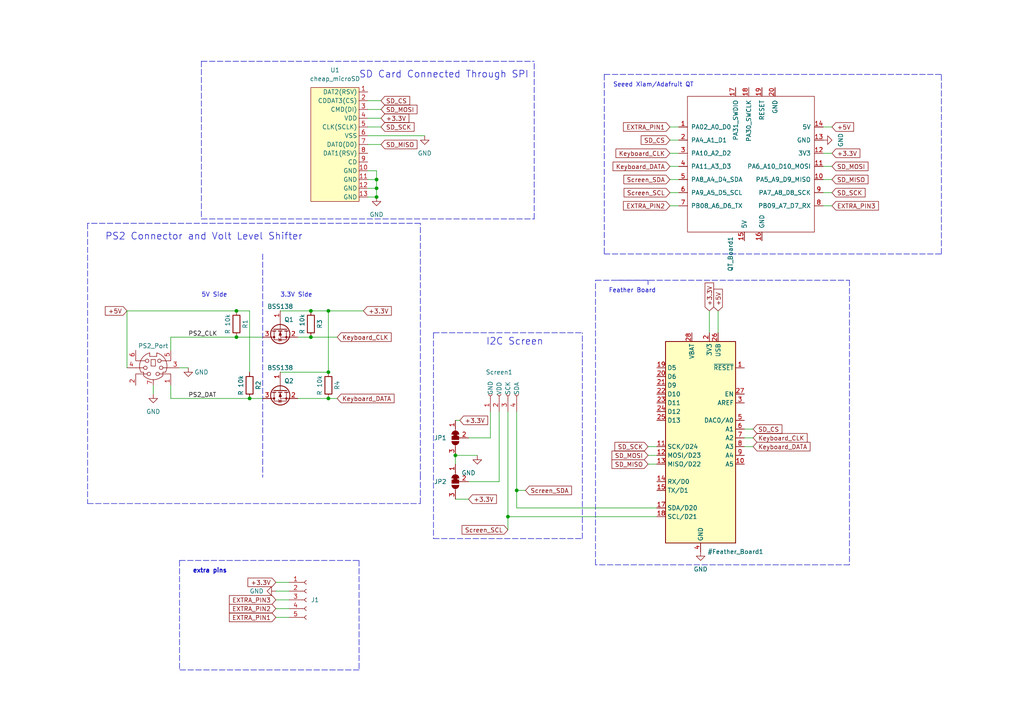
<source format=kicad_sch>
(kicad_sch (version 20211123) (generator eeschema)
  (paper "A4")
  (lib_symbols
    (symbol "Connector:Conn_01x04_Female" (pin_names (offset 1.016))
      (property "Reference" "Screen" (at -8.89 0 90))
      (symbol "Conn_01x04_Female_1_1"
        (arc (start 0 -4.572) (mid -0.508 -5.08) (end 0 -5.588) (stroke (width 0.1524)))
        (arc (start 0 -2.032) (mid -0.508 -2.54) (end 0 -3.048) (stroke (width 0.1524)))
        (polyline (pts (xy -1.27 -5.08) (xy -0.508 -5.08)) (stroke (width 0.1524)))
        (polyline (pts (xy -1.27 -2.54) (xy -0.508 -2.54)) (stroke (width 0.1524)))
        (polyline (pts (xy -1.27 0) (xy -0.508 0)) (stroke (width 0.1524)))
        (polyline (pts (xy -1.27 2.54) (xy -0.508 2.54)) (stroke (width 0.1524)))
        (arc (start 0 0.508) (mid -0.508 0) (end 0 -0.508) (stroke (width 0.1524)))
        (arc (start 0 3.048) (mid -0.508 2.54) (end 0 2.032) (stroke (width 0.1524)))
        (pin passive line (at -5.08 2.54 0) (length 3.81) (name "GND") (number "1"))
        (pin passive line (at -5.08 0 0) (length 3.81) (name "VDD") (number "2"))
        (pin passive line (at -5.08 -2.54 0) (length 3.81) (name "SCK") (number "3"))
        (pin passive line (at -5.08 -5.08 0) (length 3.81) (name "SDA") (number "4"))
      )
    )
    (symbol "Connector:Conn_01x05_Female" (pin_names (offset 1.016) hide)
      (property "Reference" "J" (at 0 7.62 0))
      (property "Value" "Conn_01x05_Female" (at 0 -7.62 0))
      (symbol "Conn_01x05_Female_1_1"
        (arc (start 0 -4.572) (mid -0.508 -5.08) (end 0 -5.588) (stroke (width 0.1524)))
        (arc (start 0 -2.032) (mid -0.508 -2.54) (end 0 -3.048) (stroke (width 0.1524)))
        (polyline (pts (xy -1.27 -5.08) (xy -0.508 -5.08)) (stroke (width 0.1524)))
        (polyline (pts (xy -1.27 -2.54) (xy -0.508 -2.54)) (stroke (width 0.1524)))
        (polyline (pts (xy -1.27 0) (xy -0.508 0)) (stroke (width 0.1524)))
        (polyline (pts (xy -1.27 2.54) (xy -0.508 2.54)) (stroke (width 0.1524)))
        (polyline (pts (xy -1.27 5.08) (xy -0.508 5.08)) (stroke (width 0.1524)))
        (arc (start 0 0.508) (mid -0.508 0) (end 0 -0.508) (stroke (width 0.1524)))
        (arc (start 0 3.048) (mid -0.508 2.54) (end 0 2.032) (stroke (width 0.1524)))
        (arc (start 0 5.588) (mid -0.508 5.08) (end 0 4.572) (stroke (width 0.1524)))
        (pin passive line (at -5.08 5.08 0) (length 3.81) (name "Pin_1") (number "1"))
        (pin passive line (at -5.08 2.54 0) (length 3.81) (name "Pin_2") (number "2"))
        (pin passive line (at -5.08 0 0) (length 3.81) (name "Pin_3") (number "3"))
        (pin passive line (at -5.08 -2.54 0) (length 3.81) (name "Pin_4") (number "4"))
        (pin passive line (at -5.08 -5.08 0) (length 3.81) (name "Pin_5") (number "5"))
      )
    )
    (symbol "Custom_Symbols_Library:Mini-DIN_6pins_ver4" (pin_names (offset 1.016) hide)
      (property "Reference" "P" (at 0 7.62 0))
      (property "Value" "Mini-DIN_6pins_ver4" (at 0 -7.62 0))
      (symbol "Mini-DIN_6pins_ver4_0_1"
        (arc (start -2.794 -2.286) (mid 0 -3.4433) (end 2.794 -2.286))
        (circle (center -2.286 0) (radius 0.508))
        (circle (center -1.778 2.032) (radius 0.508))
        (circle (center -1.27 -1.778) (radius 0.508))
        (arc (start -1.016 4.318) (mid -3.6135 2.1274) (end -3.556 -1.27))
        (rectangle (start -0.635 2.413) (end 0.635 0.508))
        (polyline (pts (xy -5.08 0) (xy -2.794 0)))
        (polyline (pts (xy -2.794 -1.27) (xy -3.556 -1.27)))
        (polyline (pts (xy -2.794 -1.27) (xy -2.794 -2.286)))
        (polyline (pts (xy -1.016 3.302) (xy -1.016 4.318)))
        (polyline (pts (xy -1.016 3.302) (xy 1.016 3.302)))
        (polyline (pts (xy 1.016 3.302) (xy 1.016 4.318)))
        (polyline (pts (xy 2.794 -1.27) (xy 2.794 -2.286)))
        (polyline (pts (xy 2.794 -1.27) (xy 3.556 -1.27)))
        (polyline (pts (xy 2.794 0) (xy 5.08 0)))
        (polyline (pts (xy -2.286 2.032) (xy -5.08 2.032) (xy -5.08 2.54)))
        (polyline (pts (xy -1.778 -1.778) (xy -5.08 -1.778) (xy -5.08 -2.54)))
        (polyline (pts (xy 1.778 -1.778) (xy 5.08 -1.778) (xy 5.08 -2.54)))
        (polyline (pts (xy 2.286 2.032) (xy 5.08 2.032) (xy 5.08 2.54)))
        (circle (center 1.27 -1.778) (radius 0.508))
        (circle (center 1.778 2.032) (radius 0.508))
        (circle (center 2.286 0) (radius 0.508))
        (arc (start 3.556 -1.27) (mid 3.6284 2.1342) (end 1.016 4.318))
      )
      (symbol "Mini-DIN_6pins_ver4_1_1"
        (pin passive line (at 5.08 -5.08 90) (length 2.54) (name "1") (number "1"))
        (pin passive line (at -5.08 -5.08 90) (length 2.54) (name "2") (number "2"))
        (pin passive line (at 7.62 0 180) (length 2.54) (name "3") (number "3"))
        (pin passive line (at -7.62 0 0) (length 2.54) (name "4") (number "4"))
        (pin passive line (at 5.08 5.08 270) (length 2.54) (name "5") (number "5"))
        (pin passive line (at -5.08 5.08 270) (length 2.54) (name "~") (number "6"))
        (pin passive line (at 0 -5.08 90) (length 1.6764) (name "Shell") (number "7"))
      )
    )
    (symbol "Device:R" (pin_numbers hide) (pin_names (offset 0))
      (property "Reference" "R" (at 2.032 0 90))
      (property "Value" "R" (at 0 0 90))
      (symbol "R_0_1"
        (rectangle (start -1.016 -2.54) (end 1.016 2.54) (stroke (width 0.254)))
      )
      (symbol "R_1_1"
        (pin passive line (at 0 3.81 270) (length 1.27) (name "~") (number "1"))
        (pin passive line (at 0 -3.81 90) (length 1.27) (name "~") (number "2"))
      )
    )
    (symbol "Jumper:SolderJumper_3_Bridged12" (pin_names (offset 0) hide)
      (property "Reference" "JP" (at -2.54 -2.54 0))
      (property "Value" "SolderJumper_3_Bridged12" (at 0 2.794 0))
      (symbol "SolderJumper_3_Bridged12_0_1"
        (rectangle (start -1.016 0.508) (end -0.508 -0.508) (fill (type outline)))
        (arc (start -1.016 1.016) (mid -2.032 0) (end -1.016 -1.016))
        (arc (start -1.016 1.016) (mid -2.032 0) (end -1.016 -1.016) (fill (type outline)))
        (rectangle (start -0.508 1.016) (end 0.508 -1.016) (fill (type outline)))
        (polyline (pts (xy -2.54 0) (xy -2.032 0)))
        (polyline (pts (xy -1.016 1.016) (xy -1.016 -1.016)))
        (polyline (pts (xy 0 -1.27) (xy 0 -1.016)))
        (polyline (pts (xy 1.016 1.016) (xy 1.016 -1.016)))
        (polyline (pts (xy 2.54 0) (xy 2.032 0)))
        (arc (start 1.016 -1.016) (mid 2.032 0) (end 1.016 1.016))
        (arc (start 1.016 -1.016) (mid 2.032 0) (end 1.016 1.016) (fill (type outline)))
      )
      (symbol "SolderJumper_3_Bridged12_1_1"
        (pin passive line (at -5.08 0 0) (length 2.54) (name "A") (number "1"))
        (pin passive line (at 0 -3.81 90) (length 2.54) (name "C") (number "2"))
        (pin passive line (at 5.08 0 180) (length 2.54) (name "B") (number "3"))
      )
    )
    (symbol "MCU_Module:Adafruit_Feather_M0_Express"
      (property "Reference" "A" (at -10.16 29.21 0))
      (property "Value" "Adafruit_Feather_M0_Express" (at 2.54 -31.75 0))
      (symbol "Adafruit_Feather_M0_Express_0_1"
        (rectangle (start -10.16 27.94) (end 10.16 -30.48) (stroke (width 0.254)) (fill (type background)))
      )
      (symbol "Adafruit_Feather_M0_Express_1_1"
        (pin input line (at 12.7 20.32 180) (length 2.54) (name "~{RESET}") (number "1"))
        (pin bidirectional line (at 12.7 -7.62 180) (length 2.54) (name "A5") (number "10"))
        (pin bidirectional line (at -12.7 -2.54 0) (length 2.54) (name "SCK/D24") (number "11"))
        (pin bidirectional line (at -12.7 -5.08 0) (length 2.54) (name "MOSI/D23") (number "12"))
        (pin bidirectional line (at -12.7 -7.62 0) (length 2.54) (name "MISO/D22") (number "13"))
        (pin bidirectional line (at -12.7 -12.7 0) (length 2.54) (name "RX/D0") (number "14"))
        (pin bidirectional line (at -12.7 -15.24 0) (length 2.54) (name "TX/D1") (number "15"))
        (pin passive line (at 0 -33.02 90) (length 2.54) hide (name "GND") (number "16"))
        (pin bidirectional line (at -12.7 -20.32 0) (length 2.54) (name "SDA/D20") (number "17"))
        (pin bidirectional line (at -12.7 -22.86 0) (length 2.54) (name "SCL/D21") (number "18"))
        (pin bidirectional line (at -12.7 20.32 0) (length 2.54) (name "D5") (number "19"))
        (pin power_in line (at 2.54 30.48 270) (length 2.54) (name "3V3") (number "2"))
        (pin bidirectional line (at -12.7 17.78 0) (length 2.54) (name "D6") (number "20"))
        (pin bidirectional line (at -12.7 15.24 0) (length 2.54) (name "D9") (number "21"))
        (pin bidirectional line (at -12.7 12.7 0) (length 2.54) (name "D10") (number "22"))
        (pin bidirectional line (at -12.7 10.16 0) (length 2.54) (name "D11") (number "23"))
        (pin bidirectional line (at -12.7 7.62 0) (length 2.54) (name "D12") (number "24"))
        (pin bidirectional line (at -12.7 5.08 0) (length 2.54) (name "D13") (number "25"))
        (pin power_in line (at 5.08 30.48 270) (length 2.54) (name "USB") (number "26"))
        (pin input line (at 12.7 12.7 180) (length 2.54) (name "EN") (number "27"))
        (pin power_in line (at -2.54 30.48 270) (length 2.54) (name "VBAT") (number "28"))
        (pin input line (at 12.7 10.16 180) (length 2.54) (name "AREF") (number "3"))
        (pin power_in line (at 0 -33.02 90) (length 2.54) (name "GND") (number "4"))
        (pin bidirectional line (at 12.7 5.08 180) (length 2.54) (name "DAC0/A0") (number "5"))
        (pin bidirectional line (at 12.7 2.54 180) (length 2.54) (name "A1") (number "6"))
        (pin bidirectional line (at 12.7 0 180) (length 2.54) (name "A2") (number "7"))
        (pin bidirectional line (at 12.7 -2.54 180) (length 2.54) (name "A3") (number "8"))
        (pin bidirectional line (at 12.7 -5.08 180) (length 2.54) (name "A4") (number "9"))
      )
    )
    (symbol "MyParts:cheap_microSD"
      (property "Reference" "U" (at 0 2.54 0))
      (property "Value" "cheap_microSD" (at 10.16 2.54 0))
      (symbol "cheap_microSD_0_1"
        (rectangle (start 0 1.27) (end 13.97 -31.75) (fill (type background)))
      )
      (symbol "cheap_microSD_1_1"
        (pin input line (at 16.51 0 180) (length 2.54) (name "DAT2(RSV)") (number "1"))
        (pin input line (at 16.51 -22.86 180) (length 2.54) (name "GND") (number "10"))
        (pin input line (at 16.51 -25.4 180) (length 2.54) (name "GND") (number "11"))
        (pin input line (at 16.51 -27.94 180) (length 2.54) (name "GND") (number "12"))
        (pin input line (at 16.51 -30.48 180) (length 2.54) (name "GND") (number "13"))
        (pin input line (at 16.51 -2.54 180) (length 2.54) (name "CDDAT3(CS)") (number "2"))
        (pin input line (at 16.51 -5.08 180) (length 2.54) (name "CMD(DI)") (number "3"))
        (pin input line (at 16.51 -7.62 180) (length 2.54) (name "VDD") (number "4"))
        (pin input line (at 16.51 -10.16 180) (length 2.54) (name "CLK(SCLK)") (number "5"))
        (pin input line (at 16.51 -12.7 180) (length 2.54) (name "VSS") (number "6"))
        (pin input line (at 16.51 -15.24 180) (length 2.54) (name "DAT0(D0)") (number "7"))
        (pin input line (at 16.51 -17.78 180) (length 2.54) (name "DAT1(RSV)") (number "8"))
        (pin input line (at 16.51 -20.32 180) (length 2.54) (name "CD") (number "9"))
      )
    )
    (symbol "Seeeduino XIAO:SeeeduinoXIAO" (pin_names (offset 1.016))
      (property "Reference" "U" (at -19.05 22.86 0))
      (property "Value" "SeeeduinoXIAO" (at -12.7 21.59 0))
      (symbol "SeeeduinoXIAO_0_1"
        (rectangle (start -19.05 20.32) (end 17.78 -19.05))
      )
      (symbol "SeeeduinoXIAO_1_1"
        (pin unspecified line (at -21.59 11.43 0) (length 2.54) (name "PA02_A0_D0") (number "1"))
        (pin unspecified line (at 20.32 -3.81 180) (length 2.54) (name "PA5_A9_D9_MISO") (number "10"))
        (pin unspecified line (at 20.32 0 180) (length 2.54) (name "PA6_A10_D10_MOSI") (number "11"))
        (pin unspecified line (at 20.32 3.81 180) (length 2.54) (name "3V3") (number "12"))
        (pin unspecified line (at 20.32 7.62 180) (length 2.54) (name "GND") (number "13"))
        (pin unspecified line (at 20.32 11.43 180) (length 2.54) (name "5V") (number "14"))
        (pin input line (at -2.54 -21.59 90) (length 2.54) (name "5V") (number "15"))
        (pin input line (at 2.54 -21.59 90) (length 2.54) (name "GND") (number "16"))
        (pin input line (at -5.08 22.86 270) (length 2.54) (name "PA31_SWDIO") (number "17"))
        (pin input line (at -1.27 22.86 270) (length 2.54) (name "PA30_SWCLK") (number "18"))
        (pin input line (at 2.54 22.86 270) (length 2.54) (name "RESET") (number "19"))
        (pin unspecified line (at -21.59 7.62 0) (length 2.54) (name "PA4_A1_D1") (number "2"))
        (pin input line (at 6.35 22.86 270) (length 2.54) (name "GND") (number "20"))
        (pin unspecified line (at -21.59 3.81 0) (length 2.54) (name "PA10_A2_D2") (number "3"))
        (pin unspecified line (at -21.59 0 0) (length 2.54) (name "PA11_A3_D3") (number "4"))
        (pin unspecified line (at -21.59 -3.81 0) (length 2.54) (name "PA8_A4_D4_SDA") (number "5"))
        (pin unspecified line (at -21.59 -7.62 0) (length 2.54) (name "PA9_A5_D5_SCL") (number "6"))
        (pin unspecified line (at -21.59 -11.43 0) (length 2.54) (name "PB08_A6_D6_TX") (number "7"))
        (pin unspecified line (at 20.32 -11.43 180) (length 2.54) (name "PB09_A7_D7_RX") (number "8"))
        (pin unspecified line (at 20.32 -7.62 180) (length 2.54) (name "PA7_A8_D8_SCK") (number "9"))
      )
    )
    (symbol "Transistor_FET:BSS138" (pin_names hide)
      (property "Reference" "Q" (at 5.08 1.905 0))
      (property "Value" "BSS138" (at 5.08 0 0))
      (symbol "BSS138_0_1"
        (polyline (pts (xy 0.254 0) (xy -2.54 0)))
        (polyline (pts (xy 0.254 1.905) (xy 0.254 -1.905)) (stroke (width 0.254)))
        (polyline (pts (xy 0.762 -1.27) (xy 0.762 -2.286)) (stroke (width 0.254)))
        (polyline (pts (xy 0.762 0.508) (xy 0.762 -0.508)) (stroke (width 0.254)))
        (polyline (pts (xy 0.762 2.286) (xy 0.762 1.27)) (stroke (width 0.254)))
        (polyline (pts (xy 2.54 2.54) (xy 2.54 1.778)))
        (polyline (pts (xy 2.54 -2.54) (xy 2.54 0) (xy 0.762 0)))
        (polyline (pts (xy 0.762 -1.778) (xy 3.302 -1.778) (xy 3.302 1.778) (xy 0.762 1.778)))
        (polyline (pts (xy 1.016 0) (xy 2.032 0.381) (xy 2.032 -0.381) (xy 1.016 0)) (fill (type outline)))
        (polyline (pts (xy 2.794 0.508) (xy 2.921 0.381) (xy 3.683 0.381) (xy 3.81 0.254)))
        (polyline (pts (xy 3.302 0.381) (xy 2.921 -0.254) (xy 3.683 -0.254) (xy 3.302 0.381)))
        (circle (center 1.651 0) (radius 2.794) (stroke (width 0.254)))
        (circle (center 2.54 -1.778) (radius 0.254) (fill (type outline)))
        (circle (center 2.54 1.778) (radius 0.254) (fill (type outline)))
      )
      (symbol "BSS138_1_1"
        (pin input line (at -5.08 0 0) (length 2.54) (name "G") (number "1"))
        (pin passive line (at 2.54 -5.08 90) (length 2.54) (name "S") (number "2"))
        (pin passive line (at 2.54 5.08 270) (length 2.54) (name "D") (number "3"))
      )
    )
    (symbol "power:GND" (power) (pin_names (offset 0))
      (property "Value" "GND" (at 0 -3.81 0))
      (symbol "GND_0_1"
        (polyline (pts (xy 0 0) (xy 0 -1.27) (xy 1.27 -1.27) (xy 0 -2.54) (xy -1.27 -1.27) (xy 0 -1.27)))
      )
      (symbol "GND_1_1"
        (pin power_in line (at 0 0 270) (length 0) hide (name "GND") (number "1"))
      )
    )
  )
  (junction (at 109.22 52.07))
  (junction (at 68.58 97.79))
  (junction (at 90.17 90.17))
  (junction (at 90.17 97.79))
  (junction (at 95.25 90.17))
  (junction (at 72.39 115.57))
  (junction (at 132.08 132.08))
  (junction (at 109.22 54.61))
  (junction (at 95.25 107.95))
  (junction (at 149.86 142.24))
  (junction (at 147.32 149.86))
  (junction (at 95.25 115.57))
  (junction (at 68.58 90.17))
  (junction (at 109.22 57.15))
  (wire (pts (xy 44.45 111.76) (xy 44.45 114.3)))
  (wire (pts (xy 49.53 97.79) (xy 68.58 97.79)))
  (wire (pts (xy 110.49 36.83) (xy 106.68 36.83)))
  (wire (pts (xy 142.24 127) (xy 142.24 119.38)))
  (wire (pts (xy 144.78 139.7) (xy 144.78 119.38)))
  (polyline (pts (xy 175.26 21.59) (xy 273.05 21.59)))
  (polyline (pts (xy 121.92 138.43) (xy 121.92 138.43)))
  (polyline (pts (xy 58.42 17.78) (xy 58.42 63.5)))
  (wire (pts (xy 238.76 59.69) (xy 241.3 59.69)))
  (wire (pts (xy 110.49 31.75) (xy 106.68 31.75)))
  (polyline (pts (xy 125.73 96.52) (xy 168.91 96.52)))
  (wire (pts (xy 52.07 106.68) (xy 54.61 106.68)))
  (wire (pts (xy 80.01 168.91) (xy 83.82 168.91)))
  (wire (pts (xy 215.9 127) (xy 218.44 127)))
  (wire (pts (xy 194.31 36.83) (xy 196.85 36.83)))
  (polyline (pts (xy 52.07 162.56) (xy 104.14 162.56)))
  (polyline (pts (xy 104.14 194.31) (xy 52.07 194.31)))
  (wire (pts (xy 36.83 90.17) (xy 36.83 106.68)))
  (polyline (pts (xy 58.42 17.78) (xy 154.94 17.78)))
  (wire (pts (xy 106.68 57.15) (xy 109.22 57.15)))
  (wire (pts (xy 187.96 134.62) (xy 190.5 134.62)))
  (wire (pts (xy 109.22 57.15) (xy 109.22 54.61)))
  (wire (pts (xy 215.9 129.54) (xy 218.44 129.54)))
  (wire (pts (xy 80.01 171.45) (xy 83.82 171.45)))
  (wire (pts (xy 194.31 59.69) (xy 196.85 59.69)))
  (polyline (pts (xy 25.4 146.05) (xy 121.92 146.05)))
  (wire (pts (xy 109.22 52.07) (xy 109.22 49.53)))
  (wire (pts (xy 132.08 132.08) (xy 138.43 132.08)))
  (polyline (pts (xy 25.4 64.77) (xy 25.4 146.05)))
  (wire (pts (xy 187.96 129.54) (xy 190.5 129.54)))
  (wire (pts (xy 149.86 142.24) (xy 152.4 142.24)))
  (wire (pts (xy 135.89 127) (xy 142.24 127)))
  (polyline (pts (xy 175.26 21.59) (xy 175.26 73.66)))
  (wire (pts (xy 106.68 49.53) (xy 109.22 49.53)))
  (wire (pts (xy 81.28 107.95) (xy 95.25 107.95)))
  (polyline (pts (xy 104.14 162.56) (xy 104.14 194.31)))
  (wire (pts (xy 106.68 34.29) (xy 110.49 34.29)))
  (wire (pts (xy 72.39 90.17) (xy 68.58 90.17)))
  (wire (pts (xy 187.96 132.08) (xy 190.5 132.08)))
  (wire (pts (xy 135.89 139.7) (xy 144.78 139.7)))
  (polyline (pts (xy 179.07 81.28) (xy 246.38 81.28)))
  (polyline (pts (xy 125.73 96.52) (xy 125.73 156.21)))
  (wire (pts (xy 80.01 179.07) (xy 83.82 179.07)))
  (wire (pts (xy 132.08 132.08) (xy 132.08 134.62)))
  (wire (pts (xy 147.32 119.38) (xy 147.32 149.86)))
  (wire (pts (xy 49.53 101.6) (xy 49.53 97.79)))
  (wire (pts (xy 132.08 144.78) (xy 135.89 144.78)))
  (wire (pts (xy 238.76 55.88) (xy 241.3 55.88)))
  (wire (pts (xy 215.9 124.46) (xy 218.44 124.46)))
  (wire (pts (xy 132.08 121.92) (xy 133.35 121.92)))
  (wire (pts (xy 147.32 153.67) (xy 147.32 149.86)))
  (wire (pts (xy 90.17 97.79) (xy 97.79 97.79)))
  (wire (pts (xy 72.39 107.95) (xy 72.39 90.17)))
  (polyline (pts (xy 246.38 81.28) (xy 246.38 163.83)))
  (wire (pts (xy 194.31 52.07) (xy 196.85 52.07)))
  (wire (pts (xy 86.36 115.57) (xy 95.25 115.57)))
  (polyline (pts (xy 121.92 146.05) (xy 121.92 138.43)))
  (wire (pts (xy 72.39 115.57) (xy 76.2 115.57)))
  (wire (pts (xy 238.76 44.45) (xy 241.3 44.45)))
  (wire (pts (xy 147.32 149.86) (xy 190.5 149.86)))
  (wire (pts (xy 106.68 54.61) (xy 109.22 54.61)))
  (wire (pts (xy 106.68 52.07) (xy 109.22 52.07)))
  (wire (pts (xy 208.28 90.17) (xy 208.28 96.52)))
  (wire (pts (xy 205.74 90.17) (xy 205.74 96.52)))
  (wire (pts (xy 49.53 115.57) (xy 72.39 115.57)))
  (polyline (pts (xy 187.96 81.28) (xy 187.96 82.55)))
  (polyline (pts (xy 168.91 156.21) (xy 168.91 96.52)))
  (wire (pts (xy 95.25 115.57) (xy 97.79 115.57)))
  (wire (pts (xy 81.28 90.17) (xy 90.17 90.17)))
  (polyline (pts (xy 76.2 73.66) (xy 76.2 138.43)))
  (wire (pts (xy 110.49 29.21) (xy 106.68 29.21)))
  (wire (pts (xy 238.76 36.83) (xy 241.3 36.83)))
  (wire (pts (xy 95.25 90.17) (xy 95.25 107.95)))
  (polyline (pts (xy 125.73 156.21) (xy 168.91 156.21)))
  (wire (pts (xy 80.01 173.99) (xy 83.82 173.99)))
  (polyline (pts (xy 121.92 64.77) (xy 25.4 64.77)))
  (wire (pts (xy 86.36 97.79) (xy 90.17 97.79)))
  (polyline (pts (xy 172.72 81.28) (xy 187.96 81.28)))
  (wire (pts (xy 190.5 147.32) (xy 149.86 147.32)))
  (wire (pts (xy 80.01 176.53) (xy 83.82 176.53)))
  (wire (pts (xy 109.22 54.61) (xy 109.22 52.07)))
  (wire (pts (xy 110.49 41.91) (xy 106.68 41.91)))
  (polyline (pts (xy 52.07 162.56) (xy 52.07 194.31)))
  (wire (pts (xy 194.31 44.45) (xy 196.85 44.45)))
  (wire (pts (xy 194.31 40.64) (xy 196.85 40.64)))
  (wire (pts (xy 68.58 97.79) (xy 76.2 97.79)))
  (polyline (pts (xy 154.94 63.5) (xy 154.94 17.78)))
  (wire (pts (xy 194.31 48.26) (xy 196.85 48.26)))
  (wire (pts (xy 238.76 52.07) (xy 241.3 52.07)))
  (polyline (pts (xy 172.72 163.83) (xy 172.72 81.28)))
  (polyline (pts (xy 273.05 73.66) (xy 273.05 21.59)))
  (polyline (pts (xy 58.42 63.5) (xy 154.94 63.5)))
  (wire (pts (xy 36.83 90.17) (xy 68.58 90.17)))
  (wire (pts (xy 149.86 147.32) (xy 149.86 142.24)))
  (wire (pts (xy 194.31 55.88) (xy 196.85 55.88)))
  (wire (pts (xy 95.25 90.17) (xy 105.41 90.17)))
  (wire (pts (xy 106.68 39.37) (xy 123.19 39.37)))
  (polyline (pts (xy 175.26 73.66) (xy 273.05 73.66)))
  (wire (pts (xy 90.17 90.17) (xy 95.25 90.17)))
  (wire (pts (xy 238.76 48.26) (xy 241.3 48.26)))
  (polyline (pts (xy 246.38 163.83) (xy 172.72 163.83)))
  (wire (pts (xy 49.53 115.57) (xy 49.53 111.76)))
  (polyline (pts (xy 121.92 138.43) (xy 121.92 64.77)))
  (wire (pts (xy 149.86 142.24) (xy 149.86 119.38)))
  (text "Feather Board" (at 176.53 85.09 0) (effects (font (size 1.27 1.27)) (justify left bottom)))
  (text "I2C Screen" (at 140.97 100.33 0) (effects (font (size 2 2)) (justify left bottom)))
  (text "5V Side" (at 58.42 86.36 0) (effects (font (size 1.27 1.27)) (justify left bottom)))
  (text "SD Card Connected Through SPI" (at 104.14 22.86 0) (effects (font (size 2 2)) (justify left bottom)))
  (text "3.3V Side\n" (at 81.28 86.36 0) (effects (font (size 1.27 1.27)) (justify left bottom)))
  (text "Seeed Xiam/Adafruit QT" (at 177.8 25.4 0) (effects (font (size 1.27 1.27)) (justify left bottom)))
  (text "PS2 Connector and Volt Level Shifter" (at 30.48 69.85 0) (effects (font (size 2 2)) (justify left bottom)))
  (text "extra pins" (at 55.88 166.37 0) (effects (font (size 1.27 1.27) (thickness 0.254) bold) (justify left bottom)))
  (label "PS2_CLK" (at 54.61 97.79 0))
  (label "PS2_DAT" (at 54.61 115.57 0))
  (global_label "SD_MISO" (shape input) (at 187.96 134.62 180) (property "Intersheet References" "${INTERSHEET_REFS}" (effects hide)))
  (global_label "SD_SCK" (shape input) (at 187.96 129.54 180) (property "Intersheet References" "${INTERSHEET_REFS}" (effects hide)))
  (global_label "SD_MISO" (shape input) (at 241.3 52.07 0) (property "Intersheet References" "${INTERSHEET_REFS}" (effects hide)))
  (global_label "+5V" (shape input) (at 36.83 90.17 180) (property "Intersheet References" "${INTERSHEET_REFS}" (effects hide)))
  (global_label "Screen_SDA" (shape input) (at 152.4 142.24 0) (property "Intersheet References" "${INTERSHEET_REFS}" (effects hide)))
  (global_label "EXTRA_PIN3" (shape input) (at 80.01 173.99 180) (property "Intersheet References" "${INTERSHEET_REFS}" (effects hide)))
  (global_label "SD_SCK" (shape input) (at 241.3 55.88 0) (property "Intersheet References" "${INTERSHEET_REFS}" (effects hide)))
  (global_label "EXTRA_PIN1" (shape input) (at 194.31 36.83 180) (property "Intersheet References" "${INTERSHEET_REFS}" (effects hide)))
  (global_label "Keyboard_CLK" (shape input) (at 218.44 127 0) (property "Intersheet References" "${INTERSHEET_REFS}" (effects hide)))
  (global_label "SD_MOSI" (shape input) (at 187.96 132.08 180) (property "Intersheet References" "${INTERSHEET_REFS}" (effects hide)))
  (global_label "SD_CS" (shape input) (at 110.49 29.21 0) (property "Intersheet References" "${INTERSHEET_REFS}" (effects hide)))
  (global_label "SD_MOSI" (shape input) (at 110.49 31.75 0) (property "Intersheet References" "${INTERSHEET_REFS}" (effects hide)))
  (global_label "+3.3V" (shape input) (at 80.01 168.91 180) (property "Intersheet References" "${INTERSHEET_REFS}" (effects hide)))
  (global_label "Keyboard_CLK" (shape input) (at 194.31 44.45 180) (property "Intersheet References" "${INTERSHEET_REFS}" (effects hide)))
  (global_label "SD_MOSI" (shape input) (at 241.3 48.26 0) (property "Intersheet References" "${INTERSHEET_REFS}" (effects hide)))
  (global_label "+3.3V" (shape input) (at 133.35 121.92 0) (property "Intersheet References" "${INTERSHEET_REFS}" (effects hide)))
  (global_label "EXTRA_PIN1" (shape input) (at 80.01 179.07 180) (property "Intersheet References" "${INTERSHEET_REFS}" (effects hide)))
  (global_label "Keyboard_CLK" (shape input) (at 97.79 97.79 0) (property "Intersheet References" "${INTERSHEET_REFS}" (effects hide)))
  (global_label "+3.3V" (shape input) (at 110.49 34.29 0) (property "Intersheet References" "${INTERSHEET_REFS}" (effects hide)))
  (global_label "Keyboard_DATA" (shape input) (at 97.79 115.57 0) (property "Intersheet References" "${INTERSHEET_REFS}" (effects hide)))
  (global_label "+5V" (shape input) (at 241.3 36.83 0) (property "Intersheet References" "${INTERSHEET_REFS}" (effects hide)))
  (global_label "+3.3V" (shape input) (at 135.89 144.78 0) (property "Intersheet References" "${INTERSHEET_REFS}" (effects hide)))
  (global_label "Screen_SCL" (shape input) (at 147.32 153.67 180) (property "Intersheet References" "${INTERSHEET_REFS}" (effects hide)))
  (global_label "EXTRA_PIN2" (shape input) (at 80.01 176.53 180) (property "Intersheet References" "${INTERSHEET_REFS}" (effects hide)))
  (global_label "Keyboard_DATA" (shape input) (at 218.44 129.54 0) (property "Intersheet References" "${INTERSHEET_REFS}" (effects hide)))
  (global_label "SD_CS" (shape input) (at 194.31 40.64 180) (property "Intersheet References" "${INTERSHEET_REFS}" (effects hide)))
  (global_label "SD_SCK" (shape input) (at 110.49 36.83 0) (property "Intersheet References" "${INTERSHEET_REFS}" (effects hide)))
  (global_label "Screen_SDA" (shape input) (at 194.31 52.07 180) (property "Intersheet References" "${INTERSHEET_REFS}" (effects hide)))
  (global_label "EXTRA_PIN3" (shape input) (at 241.3 59.69 0) (property "Intersheet References" "${INTERSHEET_REFS}" (effects hide)))
  (global_label "EXTRA_PIN2" (shape input) (at 194.31 59.69 180) (property "Intersheet References" "${INTERSHEET_REFS}" (effects hide)))
  (global_label "Screen_SCL" (shape input) (at 194.31 55.88 180) (property "Intersheet References" "${INTERSHEET_REFS}" (effects hide)))
  (global_label "+3.3V" (shape input) (at 241.3 44.45 0) (property "Intersheet References" "${INTERSHEET_REFS}" (effects hide)))
  (global_label "+5V" (shape input) (at 208.28 90.17 90) (property "Intersheet References" "${INTERSHEET_REFS}" (effects hide)))
  (global_label "SD_CS" (shape input) (at 218.44 124.46 0) (property "Intersheet References" "${INTERSHEET_REFS}" (effects hide)))
  (global_label "+3.3V" (shape input) (at 105.41 90.17 0) (property "Intersheet References" "${INTERSHEET_REFS}" (effects hide)))
  (global_label "+3.3V" (shape input) (at 205.74 90.17 90) (property "Intersheet References" "${INTERSHEET_REFS}" (effects hide)))
  (global_label "Keyboard_DATA" (shape input) (at 194.31 48.26 180) (property "Intersheet References" "${INTERSHEET_REFS}" (effects hide)))
  (global_label "SD_MISO" (shape input) (at 110.49 41.91 0) (property "Intersheet References" "${INTERSHEET_REFS}" (effects hide)))
  (symbol (lib_id "Jumper:SolderJumper_3_Bridged12") (at 132.08 127 90) (mirror x) (unit 1)
    (property "Reference" "JP1" (at 129.54 126.9999 90) (effects (justify left)))
    (property "Value" "SolderJumper_3_Bridged12" (effects hide))
    (property "Footprint" "Jumper:SolderJumper-3_P1.3mm_Bridged12_RoundedPad1.0x1.5mm" (effects hide))
  )
  (symbol (lib_id "Device:R") (at 68.58 93.98 0) (unit 1)
    (property "Reference" "R1" (at 71.12 93.98 90))
    (property "Value" "R 10k" (at 66.04 93.98 90))
    (property "Footprint" "Resistor_SMD:R_0603_1608Metric_Pad0.98x0.95mm_HandSolder" (effects hide))
    (property "JLC" "0603" (effects hide))
    (property "LCSC" "C25804" (effects hide))
  )
  (symbol (lib_id "Device:R") (at 72.39 111.76 0) (unit 1)
    (property "Reference" "R2" (at 74.93 111.76 90))
    (property "Value" "R 10k" (at 69.85 111.76 90))
    (property "Footprint" "Resistor_SMD:R_0603_1608Metric_Pad0.98x0.95mm_HandSolder" (effects hide))
    (property "JLC" "0603" (effects hide))
    (property "LCSC" "C25804" (effects hide))
  )
  (symbol (lib_id "Jumper:SolderJumper_3_Bridged12") (at 132.08 139.7 90) (mirror x) (unit 1)
    (property "Reference" "JP2" (at 129.54 139.6999 90) (effects (justify left)))
    (property "Value" "SolderJumper_3_Bridged12" (effects hide))
    (property "Footprint" "Jumper:SolderJumper-3_P1.3mm_Bridged12_RoundedPad1.0x1.5mm" (effects hide))
  )
  (symbol (lib_id "power:GND") (at 238.76 40.64 90) (unit 1)
    (property "Reference" "#PWR08" (effects hide))
    (property "Value" "GND" (at 243.84 40.64 0))
  )
  (symbol (lib_id "power:GND") (at 123.19 39.37 0) (unit 1)
    (property "Reference" "#PWR05" (effects hide))
    (property "Value" "GND" (at 123.19 44.45 0))
  )
  (symbol (lib_id "power:GND") (at 54.61 106.68 0) (unit 1)
    (property "Reference" "#PWR02" (effects hide))
    (property "Value" "GND" (at 58.42 107.95 0))
  )
  (symbol (lib_id "Connector:Conn_01x05_Female") (at 88.9 173.99 0) (unit 1)
    (property "Reference" "J1" (at 90.17 173.9899 0) (effects (justify left)))
    (property "Value" "Conn_01x05_Female" (effects hide))
    (property "Footprint" "Connector_PinSocket_2.54mm:PinSocket_1x05_P2.54mm_Vertical" (effects hide))
  )
  (symbol (lib_id "MyParts:cheap_microSD") (at 90.17 26.67 0) (unit 1)
    (property "Reference" "U1" (at 97.155 20.32 0))
    (property "Value" "cheap_microSD" (at 97.155 22.86 0))
    (property "Footprint" "Library:CheapMicroSD" (effects hide))
    (property "Datasheet" "https://datasheet.lcsc.com/lcsc/2009111836_SOFNG-TF-15x15_C111196.pdf" (effects hide))
    (property "JLC" "TF-SMD_TF-15-15" (effects hide))
    (property "LCSC" "C111196" (effects hide))
  )
  (symbol (lib_id "Seeeduino XIAO:SeeeduinoXIAO") (at 218.44 48.26 0) (unit 1)
    (property "Reference" "QT_Board1" (at 211.8612 73.66 90))
    (property "Value" "SeeeduinoXIAO" (effects hide))
    (property "Footprint" "Seeeduino XIAO KICAD:Seeeduino XIAO-MOUDLE14P-2.54-21X17.8MM" (effects hide))
  )
  (symbol (lib_id "Custom_Symbols_Library:Mini-DIN_6pins_ver4") (at 44.45 106.68 0) (unit 1)
    (property "Reference" "P1" (effects hide))
    (property "Value" "PS2_Port" (at 44.45 100.33 0))
    (property "Footprint" "Custom_Footprints:Connector_Mini-DIN_Female_6Pin_2rows" (effects hide))
  )
  (symbol (lib_id "power:GND") (at 109.22 57.15 0) (unit 1)
    (property "Reference" "#PWR04" (effects hide))
    (property "Value" "GND" (at 109.22 62.23 0))
  )
  (symbol (lib_id "Transistor_FET:BSS138") (at 81.28 113.03 90) (mirror x) (unit 1)
    (property "Reference" "Q2" (at 83.82 110.49 90))
    (property "Value" "BSS138" (at 81.28 106.68 90))
    (property "Footprint" "Package_TO_SOT_SMD:SOT-23" (effects hide))
    (property "Datasheet" "https://www.onsemi.com/pub/Collateral/BSS138-D.PDF" (effects hide))
    (property "JLC" "SOT-23-3" (effects hide))
    (property "LCSC" "C400505" (effects hide))
  )
  (symbol (lib_id "power:GND") (at 44.45 114.3 0) (unit 1)
    (property "Reference" "#PWR01" (effects hide))
    (property "Value" "GND" (at 44.45 119.38 0))
  )
  (symbol (lib_id "power:GND") (at 203.2 160.02 0) (unit 1)
    (property "Reference" "#PWR07" (effects hide))
    (property "Value" "GND" (at 203.2 165.1 0))
  )
  (symbol (lib_id "Transistor_FET:BSS138") (at 81.28 95.25 90) (mirror x) (unit 1)
    (property "Reference" "Q1" (at 83.82 92.71 90))
    (property "Value" "BSS138" (at 81.28 88.9 90))
    (property "Footprint" "Package_TO_SOT_SMD:SOT-23" (effects hide))
    (property "Datasheet" "https://www.onsemi.com/pub/Collateral/BSS138-D.PDF" (effects hide))
    (property "JLC" "SOT-23-3" (effects hide))
    (property "LCSC" "C400505" (effects hide))
  )
  (symbol (lib_id "power:GND") (at 138.43 132.08 0) (unit 1)
    (property "Reference" "#PWR06" (effects hide))
    (property "Value" "GND" (at 135.89 137.16 0))
  )
  (symbol (lib_id "Device:R") (at 90.17 93.98 0) (unit 1)
    (property "Reference" "R3" (at 92.71 93.98 90))
    (property "Value" "R 10k" (at 87.63 93.98 90))
    (property "Footprint" "Resistor_SMD:R_0603_1608Metric_Pad0.98x0.95mm_HandSolder" (effects hide))
    (property "JLC" "0603" (effects hide))
    (property "LCSC" "C25804" (effects hide))
  )
  (symbol (lib_id "Device:R") (at 95.25 111.76 0) (unit 1)
    (property "Reference" "R4" (at 97.79 111.76 90))
    (property "Value" "R 10k" (at 92.71 111.76 90))
    (property "Footprint" "Resistor_SMD:R_0603_1608Metric_Pad0.98x0.95mm_HandSolder" (effects hide))
    (property "JLC" "0603" (effects hide))
    (property "LCSC" "C25804" (effects hide))
  )
  (symbol (lib_id "Connector:Conn_01x04_Female") (at 144.78 114.3 90) (unit 1)
    (property "Reference" "Screen1" (at 144.78 107.95 90))
    (property "Value" "Conn_01x04_Female" (effects hide))
    (property "Footprint" "Connector_PinSocket_2.54mm:PinSocket_1x04_P2.54mm_Vertical" (effects hide))
  )
  (symbol (lib_id "power:GND") (at 80.01 171.45 270) (unit 1)
    (property "Reference" "#PWR03" (effects hide))
    (property "Value" "GND" (at 72.39 171.45 90) (effects (justify left)))
  )
  (symbol (lib_id "MCU_Module:Adafruit_Feather_M0_Express") (at 203.2 127 0) (unit 1)
    (property "Reference" "#Feather_Board1" (at 205.2194 160.02 0) (effects (justify left)))
    (property "Value" "Adafruit_Feather_M0_Express" (effects hide))
    (property "Footprint" "Module:Adafruit_Feather" (effects hide))
    (property "Datasheet" "https://cdn-learn.adafruit.com/downloads/pdf/adafruit-feather-m0-express-designed-for-circuit-python-circuitpython.pdf" (effects hide))
  )
)
</source>
